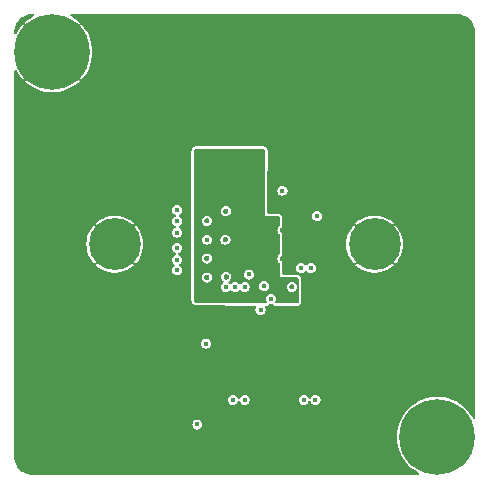
<source format=gbr>
%TF.GenerationSoftware,KiCad,Pcbnew,8.0.9*%
%TF.CreationDate,2025-03-13T22:53:30+08:00*%
%TF.ProjectId,Raspberry_pi_IMX662,52617370-6265-4727-9279-5f70695f494d,rev?*%
%TF.SameCoordinates,Original*%
%TF.FileFunction,Copper,L3,Inr*%
%TF.FilePolarity,Positive*%
%FSLAX46Y46*%
G04 Gerber Fmt 4.6, Leading zero omitted, Abs format (unit mm)*
G04 Created by KiCad (PCBNEW 8.0.9) date 2025-03-13 22:53:30*
%MOMM*%
%LPD*%
G01*
G04 APERTURE LIST*
%TA.AperFunction,ComponentPad*%
%ADD10C,6.400000*%
%TD*%
%TA.AperFunction,ComponentPad*%
%ADD11C,4.400000*%
%TD*%
%TA.AperFunction,ViaPad*%
%ADD12C,0.450000*%
%TD*%
G04 APERTURE END LIST*
D10*
%TO.N,unconnected-(H6-Pad1)*%
%TO.C,H6*%
X154900000Y-117350000D03*
%TD*%
D11*
%TO.N,GND*%
%TO.C,H2*%
X127600000Y-101050000D03*
%TD*%
%TO.N,GND*%
%TO.C,H1*%
X149600000Y-101050000D03*
%TD*%
D10*
%TO.N,GND*%
%TO.C,H5*%
X122300000Y-84750000D03*
%TD*%
D12*
%TO.N,GND*%
X139600000Y-115800000D03*
X141800000Y-102250000D03*
X142600000Y-115850000D03*
X136975000Y-100650000D03*
X143174999Y-85021823D03*
X132325000Y-90950000D03*
X137375000Y-90900000D03*
X145600000Y-115800000D03*
X135387940Y-102241926D03*
X146275000Y-90800000D03*
X141000000Y-98250000D03*
X141806261Y-97444669D03*
X125575000Y-108450000D03*
X133803990Y-99854653D03*
X146400000Y-96750000D03*
X135550000Y-107500000D03*
X141800000Y-99850000D03*
X141225000Y-90800000D03*
X142600000Y-104650000D03*
X135406169Y-99054082D03*
X136600000Y-115750000D03*
X148590000Y-117000000D03*
X137000000Y-98250000D03*
X122250000Y-115660000D03*
X134337500Y-85162500D03*
X128610000Y-117000000D03*
X135400000Y-103850000D03*
X133850000Y-98150000D03*
X133800000Y-102250000D03*
X137050000Y-103800000D03*
%TO.N,1V2*%
X136700000Y-93450000D03*
X142700000Y-105550000D03*
X135800000Y-93450000D03*
X140987202Y-99847158D03*
X137100000Y-99150000D03*
X136250000Y-102300000D03*
X140999999Y-101449661D03*
X141000000Y-102250000D03*
X135404082Y-104661131D03*
X134950000Y-93500000D03*
%TO.N,1V8*%
X141800000Y-96500000D03*
%TO.N,3V3*%
X132900000Y-103250000D03*
X132850000Y-102350000D03*
X132900000Y-99100000D03*
X132900000Y-101350000D03*
%TO.N,Net-(U1C-VRLST)*%
X135400000Y-100650000D03*
%TO.N,Net-(U1C-VRLFR)*%
X132900000Y-100050000D03*
%TO.N,Net-(U1C-VRHT)*%
X132900000Y-98150000D03*
%TO.N,Net-(U1C-XMASTER)*%
X136996671Y-104646227D03*
%TO.N,Net-(U1C-SLAMODE1)*%
X138960000Y-103600000D03*
%TO.N,Net-(U1C-SLAMODE0)*%
X140850000Y-105650000D03*
%TO.N,SCL_1V8*%
X137795311Y-104654780D03*
%TO.N,DMO2N*%
X144200000Y-103050000D03*
%TO.N,XCLR_1V8*%
X135350000Y-109450000D03*
X139950000Y-106610000D03*
%TO.N,DMO1P*%
X143600000Y-114200000D03*
%TO.N,Net-(U1C-INCK)*%
X144750000Y-98650000D03*
%TO.N,DCKN*%
X138600000Y-114200000D03*
%TO.N,DCKP*%
X137600000Y-114200000D03*
%TO.N,DMO2P*%
X143400000Y-103050000D03*
%TO.N,DMO1N*%
X144600000Y-114200000D03*
%TO.N,SDA_1V8*%
X138600000Y-104650000D03*
%TO.N,LED*%
X134600000Y-116300000D03*
%TO.N,Net-(U1C-XCLR)*%
X140250000Y-104600000D03*
%TD*%
%TA.AperFunction,Conductor*%
%TO.N,1V2*%
G36*
X140154306Y-92951213D02*
G01*
X140212921Y-92962939D01*
X140235553Y-92972372D01*
X140279906Y-93002220D01*
X140297167Y-93019634D01*
X140326623Y-93064248D01*
X140335857Y-93086961D01*
X140347068Y-93145672D01*
X140348175Y-93157943D01*
X140313353Y-97127717D01*
X140300000Y-98650000D01*
X140832795Y-98650000D01*
X140861168Y-98656811D01*
X140866874Y-98659719D01*
X141000000Y-98680804D01*
X141133126Y-98659719D01*
X141138831Y-98656811D01*
X141167205Y-98650000D01*
X141393845Y-98650000D01*
X141406037Y-98651200D01*
X141448856Y-98659718D01*
X141464341Y-98662798D01*
X141486872Y-98672130D01*
X141531084Y-98701672D01*
X141548327Y-98718915D01*
X141577869Y-98763127D01*
X141587201Y-98785657D01*
X141598799Y-98843961D01*
X141600000Y-98856155D01*
X141600000Y-99436054D01*
X141581694Y-99480248D01*
X141565876Y-99491741D01*
X141546780Y-99501471D01*
X141451471Y-99596780D01*
X141390282Y-99716869D01*
X141390281Y-99716873D01*
X141369196Y-99850000D01*
X141390281Y-99983126D01*
X141390282Y-99983130D01*
X141451471Y-100103219D01*
X141451472Y-100103220D01*
X141546780Y-100198528D01*
X141565873Y-100208256D01*
X141596940Y-100244628D01*
X141600000Y-100263944D01*
X141600000Y-101836054D01*
X141581694Y-101880248D01*
X141565876Y-101891741D01*
X141546780Y-101901471D01*
X141451471Y-101996780D01*
X141390282Y-102116869D01*
X141390281Y-102116873D01*
X141369196Y-102250000D01*
X141390281Y-102383126D01*
X141390282Y-102383130D01*
X141447358Y-102495146D01*
X141451472Y-102503220D01*
X141546780Y-102598528D01*
X141565873Y-102608256D01*
X141596940Y-102644628D01*
X141600000Y-102663944D01*
X141600000Y-103850000D01*
X142993845Y-103850000D01*
X143006038Y-103851201D01*
X143064341Y-103862798D01*
X143086872Y-103872130D01*
X143131084Y-103901672D01*
X143148327Y-103918915D01*
X143177869Y-103963127D01*
X143187201Y-103985657D01*
X143198799Y-104043961D01*
X143200000Y-104056155D01*
X143200000Y-105842697D01*
X143198790Y-105854934D01*
X143187111Y-105913432D01*
X143177714Y-105936028D01*
X143147977Y-105980330D01*
X143130625Y-105997585D01*
X143086155Y-106027074D01*
X143063506Y-106036344D01*
X143004942Y-106047694D01*
X142992699Y-106048835D01*
X141213444Y-106038839D01*
X141169353Y-106020285D01*
X141151296Y-105975989D01*
X141169601Y-105932146D01*
X141198528Y-105903220D01*
X141259719Y-105783126D01*
X141280804Y-105650000D01*
X141259719Y-105516874D01*
X141259717Y-105516871D01*
X141259717Y-105516869D01*
X141198528Y-105396780D01*
X141103219Y-105301471D01*
X140983130Y-105240282D01*
X140983126Y-105240281D01*
X140850000Y-105219196D01*
X140716873Y-105240281D01*
X140716869Y-105240282D01*
X140596780Y-105301471D01*
X140501471Y-105396780D01*
X140440282Y-105516869D01*
X140440281Y-105516873D01*
X140419196Y-105650000D01*
X140440281Y-105783126D01*
X140440282Y-105783130D01*
X140501471Y-105903219D01*
X140526286Y-105928034D01*
X140544592Y-105972228D01*
X140526286Y-106016422D01*
X140482092Y-106034728D01*
X140481741Y-106034727D01*
X134507073Y-106001163D01*
X134490968Y-105998958D01*
X134452411Y-105988433D01*
X134415447Y-105978343D01*
X134387588Y-105962119D01*
X134363078Y-105937472D01*
X134338370Y-105912624D01*
X134322305Y-105884680D01*
X134302113Y-105809037D01*
X134300000Y-105792922D01*
X134300000Y-104646227D01*
X136565867Y-104646227D01*
X136586952Y-104779353D01*
X136586953Y-104779357D01*
X136648142Y-104899446D01*
X136743451Y-104994755D01*
X136863540Y-105055944D01*
X136863542Y-105055944D01*
X136863545Y-105055946D01*
X136996671Y-105077031D01*
X137129797Y-105055946D01*
X137249891Y-104994755D01*
X137345199Y-104899447D01*
X137345199Y-104899446D01*
X137348677Y-104895969D01*
X137350880Y-104898172D01*
X137382919Y-104878350D01*
X137429480Y-104889317D01*
X137442787Y-104904820D01*
X137443890Y-104904019D01*
X137446781Y-104907998D01*
X137542091Y-105003308D01*
X137662180Y-105064497D01*
X137662182Y-105064497D01*
X137662185Y-105064499D01*
X137795311Y-105085584D01*
X137928437Y-105064499D01*
X138048531Y-105003308D01*
X138143839Y-104908000D01*
X138143840Y-104907997D01*
X138146732Y-104904019D01*
X138148043Y-104904971D01*
X138179698Y-104877925D01*
X138227386Y-104881669D01*
X138249584Y-104900622D01*
X138251471Y-104903219D01*
X138346780Y-104998528D01*
X138466869Y-105059717D01*
X138466871Y-105059717D01*
X138466874Y-105059719D01*
X138600000Y-105080804D01*
X138733126Y-105059719D01*
X138853220Y-104998528D01*
X138948528Y-104903220D01*
X139009719Y-104783126D01*
X139030804Y-104650000D01*
X139022885Y-104600000D01*
X139819196Y-104600000D01*
X139840281Y-104733126D01*
X139840282Y-104733130D01*
X139901471Y-104853219D01*
X139996780Y-104948528D01*
X140116869Y-105009717D01*
X140116871Y-105009717D01*
X140116874Y-105009719D01*
X140250000Y-105030804D01*
X140383126Y-105009719D01*
X140503220Y-104948528D01*
X140598528Y-104853220D01*
X140659719Y-104733126D01*
X140672885Y-104650000D01*
X142169196Y-104650000D01*
X142190281Y-104783126D01*
X142190282Y-104783130D01*
X142251471Y-104903219D01*
X142346780Y-104998528D01*
X142466869Y-105059717D01*
X142466871Y-105059717D01*
X142466874Y-105059719D01*
X142600000Y-105080804D01*
X142733126Y-105059719D01*
X142853220Y-104998528D01*
X142948528Y-104903220D01*
X143009719Y-104783126D01*
X143030804Y-104650000D01*
X143009719Y-104516874D01*
X143009717Y-104516871D01*
X143009717Y-104516869D01*
X142948528Y-104396780D01*
X142853219Y-104301471D01*
X142733130Y-104240282D01*
X142733126Y-104240281D01*
X142600000Y-104219196D01*
X142466873Y-104240281D01*
X142466869Y-104240282D01*
X142346780Y-104301471D01*
X142251471Y-104396780D01*
X142190282Y-104516869D01*
X142190281Y-104516873D01*
X142169196Y-104650000D01*
X140672885Y-104650000D01*
X140680804Y-104600000D01*
X140659719Y-104466874D01*
X140659717Y-104466871D01*
X140659717Y-104466869D01*
X140598528Y-104346780D01*
X140503219Y-104251471D01*
X140383130Y-104190282D01*
X140383126Y-104190281D01*
X140250000Y-104169196D01*
X140116873Y-104190281D01*
X140116869Y-104190282D01*
X139996780Y-104251471D01*
X139901471Y-104346780D01*
X139840282Y-104466869D01*
X139840281Y-104466873D01*
X139819196Y-104600000D01*
X139022885Y-104600000D01*
X139009719Y-104516874D01*
X139009717Y-104516871D01*
X139009717Y-104516869D01*
X138948528Y-104396780D01*
X138853219Y-104301471D01*
X138733130Y-104240282D01*
X138733126Y-104240281D01*
X138600000Y-104219196D01*
X138466873Y-104240281D01*
X138466869Y-104240282D01*
X138346780Y-104301471D01*
X138251470Y-104396781D01*
X138248579Y-104400761D01*
X138247271Y-104399811D01*
X138215591Y-104426861D01*
X138167904Y-104423100D01*
X138145725Y-104404156D01*
X138143840Y-104401562D01*
X138143839Y-104401560D01*
X138048531Y-104306252D01*
X138048530Y-104306251D01*
X137928441Y-104245062D01*
X137928437Y-104245061D01*
X137795311Y-104223976D01*
X137662184Y-104245061D01*
X137662180Y-104245062D01*
X137542091Y-104306251D01*
X137443305Y-104405038D01*
X137441192Y-104402925D01*
X137408502Y-104422745D01*
X137362042Y-104411355D01*
X137349165Y-104396208D01*
X137348092Y-104396988D01*
X137345200Y-104393008D01*
X137249890Y-104297698D01*
X137239465Y-104292386D01*
X137208399Y-104256011D01*
X137212154Y-104208323D01*
X137239465Y-104181012D01*
X137303220Y-104148528D01*
X137398528Y-104053220D01*
X137459719Y-103933126D01*
X137480804Y-103800000D01*
X137459719Y-103666874D01*
X137459717Y-103666871D01*
X137459717Y-103666869D01*
X137425645Y-103600000D01*
X138529196Y-103600000D01*
X138550281Y-103733126D01*
X138550282Y-103733130D01*
X138611471Y-103853219D01*
X138706780Y-103948528D01*
X138826869Y-104009717D01*
X138826871Y-104009717D01*
X138826874Y-104009719D01*
X138960000Y-104030804D01*
X139093126Y-104009719D01*
X139213220Y-103948528D01*
X139308528Y-103853220D01*
X139369719Y-103733126D01*
X139390804Y-103600000D01*
X139369719Y-103466874D01*
X139369717Y-103466871D01*
X139369717Y-103466869D01*
X139308528Y-103346780D01*
X139213219Y-103251471D01*
X139093130Y-103190282D01*
X139093126Y-103190281D01*
X138960000Y-103169196D01*
X138826873Y-103190281D01*
X138826869Y-103190282D01*
X138706780Y-103251471D01*
X138611471Y-103346780D01*
X138550282Y-103466869D01*
X138550281Y-103466873D01*
X138529196Y-103600000D01*
X137425645Y-103600000D01*
X137398528Y-103546780D01*
X137303219Y-103451471D01*
X137183130Y-103390282D01*
X137183126Y-103390281D01*
X137050000Y-103369196D01*
X136916873Y-103390281D01*
X136916869Y-103390282D01*
X136796780Y-103451471D01*
X136701471Y-103546780D01*
X136640282Y-103666869D01*
X136640281Y-103666873D01*
X136619196Y-103800000D01*
X136640281Y-103933126D01*
X136640282Y-103933130D01*
X136701471Y-104053219D01*
X136796780Y-104148528D01*
X136807203Y-104153839D01*
X136838270Y-104190213D01*
X136834517Y-104237901D01*
X136807204Y-104265215D01*
X136743450Y-104297699D01*
X136648142Y-104393007D01*
X136586953Y-104513096D01*
X136586952Y-104513100D01*
X136565867Y-104646227D01*
X134300000Y-104646227D01*
X134300000Y-103850000D01*
X134969196Y-103850000D01*
X134990281Y-103983126D01*
X134990282Y-103983130D01*
X135051471Y-104103219D01*
X135146780Y-104198528D01*
X135266869Y-104259717D01*
X135266871Y-104259717D01*
X135266874Y-104259719D01*
X135400000Y-104280804D01*
X135533126Y-104259719D01*
X135653220Y-104198528D01*
X135748528Y-104103220D01*
X135809719Y-103983126D01*
X135830804Y-103850000D01*
X135809719Y-103716874D01*
X135809717Y-103716871D01*
X135809717Y-103716869D01*
X135748528Y-103596780D01*
X135653219Y-103501471D01*
X135533130Y-103440282D01*
X135533126Y-103440281D01*
X135400000Y-103419196D01*
X135266873Y-103440281D01*
X135266869Y-103440282D01*
X135146780Y-103501471D01*
X135051471Y-103596780D01*
X134990282Y-103716869D01*
X134990281Y-103716873D01*
X134969196Y-103850000D01*
X134300000Y-103850000D01*
X134300000Y-102241926D01*
X134957136Y-102241926D01*
X134978221Y-102375052D01*
X134978222Y-102375056D01*
X135039411Y-102495145D01*
X135134720Y-102590454D01*
X135254809Y-102651643D01*
X135254811Y-102651643D01*
X135254814Y-102651645D01*
X135387940Y-102672730D01*
X135521066Y-102651645D01*
X135641160Y-102590454D01*
X135736468Y-102495146D01*
X135797659Y-102375052D01*
X135818744Y-102241926D01*
X135797659Y-102108800D01*
X135797657Y-102108797D01*
X135797657Y-102108795D01*
X135736468Y-101988706D01*
X135641159Y-101893397D01*
X135521070Y-101832208D01*
X135521066Y-101832207D01*
X135387940Y-101811122D01*
X135254813Y-101832207D01*
X135254809Y-101832208D01*
X135134720Y-101893397D01*
X135039411Y-101988706D01*
X134978222Y-102108795D01*
X134978221Y-102108799D01*
X134957136Y-102241926D01*
X134300000Y-102241926D01*
X134300000Y-100650000D01*
X134969196Y-100650000D01*
X134990281Y-100783126D01*
X134990282Y-100783130D01*
X135051471Y-100903219D01*
X135146780Y-100998528D01*
X135266869Y-101059717D01*
X135266871Y-101059717D01*
X135266874Y-101059719D01*
X135400000Y-101080804D01*
X135533126Y-101059719D01*
X135653220Y-100998528D01*
X135748528Y-100903220D01*
X135809719Y-100783126D01*
X135830804Y-100650000D01*
X136544196Y-100650000D01*
X136565281Y-100783126D01*
X136565282Y-100783130D01*
X136626471Y-100903219D01*
X136721780Y-100998528D01*
X136841869Y-101059717D01*
X136841871Y-101059717D01*
X136841874Y-101059719D01*
X136975000Y-101080804D01*
X137108126Y-101059719D01*
X137228220Y-100998528D01*
X137323528Y-100903220D01*
X137384719Y-100783126D01*
X137405804Y-100650000D01*
X137384719Y-100516874D01*
X137384717Y-100516871D01*
X137384717Y-100516869D01*
X137323528Y-100396780D01*
X137228219Y-100301471D01*
X137108130Y-100240282D01*
X137108126Y-100240281D01*
X136975000Y-100219196D01*
X136841873Y-100240281D01*
X136841869Y-100240282D01*
X136721780Y-100301471D01*
X136626471Y-100396780D01*
X136565282Y-100516869D01*
X136565281Y-100516873D01*
X136544196Y-100650000D01*
X135830804Y-100650000D01*
X135809719Y-100516874D01*
X135809717Y-100516871D01*
X135809717Y-100516869D01*
X135748528Y-100396780D01*
X135653219Y-100301471D01*
X135533130Y-100240282D01*
X135533126Y-100240281D01*
X135400000Y-100219196D01*
X135266873Y-100240281D01*
X135266869Y-100240282D01*
X135146780Y-100301471D01*
X135051471Y-100396780D01*
X134990282Y-100516869D01*
X134990281Y-100516873D01*
X134969196Y-100650000D01*
X134300000Y-100650000D01*
X134300000Y-99054082D01*
X134975365Y-99054082D01*
X134996450Y-99187208D01*
X134996451Y-99187212D01*
X135057640Y-99307301D01*
X135152949Y-99402610D01*
X135273038Y-99463799D01*
X135273040Y-99463799D01*
X135273043Y-99463801D01*
X135406169Y-99484886D01*
X135539295Y-99463801D01*
X135659389Y-99402610D01*
X135754697Y-99307302D01*
X135815888Y-99187208D01*
X135836973Y-99054082D01*
X135815888Y-98920956D01*
X135815886Y-98920953D01*
X135815886Y-98920951D01*
X135754697Y-98800862D01*
X135659388Y-98705553D01*
X135539299Y-98644364D01*
X135539295Y-98644363D01*
X135406169Y-98623278D01*
X135273042Y-98644363D01*
X135273038Y-98644364D01*
X135152949Y-98705553D01*
X135057640Y-98800862D01*
X134996451Y-98920951D01*
X134996450Y-98920955D01*
X134975365Y-99054082D01*
X134300000Y-99054082D01*
X134300000Y-98250000D01*
X136569196Y-98250000D01*
X136590281Y-98383126D01*
X136590282Y-98383130D01*
X136651471Y-98503219D01*
X136746780Y-98598528D01*
X136866869Y-98659717D01*
X136866871Y-98659717D01*
X136866874Y-98659719D01*
X137000000Y-98680804D01*
X137133126Y-98659719D01*
X137253220Y-98598528D01*
X137348528Y-98503220D01*
X137409719Y-98383126D01*
X137430804Y-98250000D01*
X137409719Y-98116874D01*
X137409717Y-98116871D01*
X137409717Y-98116869D01*
X137348528Y-97996780D01*
X137253219Y-97901471D01*
X137133130Y-97840282D01*
X137133126Y-97840281D01*
X137000000Y-97819196D01*
X136866873Y-97840281D01*
X136866869Y-97840282D01*
X136746780Y-97901471D01*
X136651471Y-97996780D01*
X136590282Y-98116869D01*
X136590281Y-98116873D01*
X136569196Y-98250000D01*
X134300000Y-98250000D01*
X134300000Y-93156155D01*
X134301201Y-93143962D01*
X134312798Y-93085658D01*
X134322130Y-93063127D01*
X134351192Y-93019634D01*
X134351673Y-93018913D01*
X134368913Y-93001673D01*
X134413128Y-92972129D01*
X134435656Y-92962798D01*
X134493962Y-92951200D01*
X134506155Y-92950000D01*
X140142047Y-92950000D01*
X140154306Y-92951213D01*
G37*
%TD.AperFunction*%
%TD*%
%TA.AperFunction,Conductor*%
%TO.N,GND*%
G36*
X142653351Y-104435706D02*
G01*
X142682803Y-104445276D01*
X142716953Y-104462677D01*
X142742009Y-104480881D01*
X142769116Y-104507988D01*
X142787322Y-104533048D01*
X142804721Y-104567196D01*
X142814292Y-104596651D01*
X142820289Y-104634510D01*
X142820289Y-104665487D01*
X142814293Y-104703343D01*
X142804721Y-104732800D01*
X142787319Y-104766953D01*
X142769114Y-104792012D01*
X142742012Y-104819114D01*
X142716953Y-104837319D01*
X142682800Y-104854721D01*
X142653343Y-104864293D01*
X142615487Y-104870289D01*
X142584512Y-104870289D01*
X142570201Y-104868022D01*
X142546651Y-104864292D01*
X142517196Y-104854721D01*
X142483048Y-104837322D01*
X142457988Y-104819116D01*
X142430881Y-104792009D01*
X142412677Y-104766953D01*
X142395275Y-104732800D01*
X142385706Y-104703351D01*
X142379709Y-104665481D01*
X142379709Y-104634514D01*
X142379710Y-104634510D01*
X142385706Y-104596646D01*
X142395275Y-104567196D01*
X142412679Y-104533040D01*
X142430878Y-104507991D01*
X142457991Y-104480878D01*
X142483040Y-104462679D01*
X142517196Y-104445275D01*
X142546646Y-104435706D01*
X142584517Y-104429709D01*
X142615481Y-104429709D01*
X142653351Y-104435706D01*
G37*
%TD.AperFunction*%
%TA.AperFunction,Conductor*%
G36*
X135453351Y-103635706D02*
G01*
X135482803Y-103645276D01*
X135516953Y-103662677D01*
X135542009Y-103680881D01*
X135569116Y-103707988D01*
X135587322Y-103733048D01*
X135604721Y-103767196D01*
X135614288Y-103796628D01*
X135614819Y-103799975D01*
X135614823Y-103800000D01*
X135620289Y-103834511D01*
X135620289Y-103865485D01*
X135614293Y-103903342D01*
X135604721Y-103932800D01*
X135587319Y-103966953D01*
X135569114Y-103992012D01*
X135542012Y-104019114D01*
X135516953Y-104037319D01*
X135482800Y-104054721D01*
X135453343Y-104064293D01*
X135415487Y-104070289D01*
X135384512Y-104070289D01*
X135370201Y-104068022D01*
X135346651Y-104064292D01*
X135317196Y-104054721D01*
X135283048Y-104037322D01*
X135257988Y-104019116D01*
X135230881Y-103992009D01*
X135212677Y-103966953D01*
X135195275Y-103932800D01*
X135185706Y-103903351D01*
X135179709Y-103865481D01*
X135179709Y-103834514D01*
X135185706Y-103796646D01*
X135195275Y-103767196D01*
X135212679Y-103733040D01*
X135230878Y-103707991D01*
X135257991Y-103680878D01*
X135283040Y-103662679D01*
X135317196Y-103645275D01*
X135346646Y-103635706D01*
X135384517Y-103629709D01*
X135415481Y-103629709D01*
X135453351Y-103635706D01*
G37*
%TD.AperFunction*%
%TA.AperFunction,Conductor*%
G36*
X137103349Y-103585706D02*
G01*
X137132798Y-103595273D01*
X137142065Y-103599995D01*
X137142070Y-103600000D01*
X137142071Y-103599999D01*
X137166952Y-103612677D01*
X137192010Y-103630882D01*
X137219115Y-103657987D01*
X137237320Y-103683045D01*
X137246076Y-103700230D01*
X137246082Y-103700240D01*
X137246604Y-103701264D01*
X137254722Y-103717197D01*
X137264292Y-103746651D01*
X137267545Y-103767189D01*
X137268562Y-103773611D01*
X137270289Y-103784510D01*
X137270289Y-103815487D01*
X137264293Y-103853343D01*
X137254721Y-103882800D01*
X137237319Y-103916953D01*
X137219114Y-103942012D01*
X137192012Y-103969114D01*
X137166956Y-103987318D01*
X137146174Y-103997907D01*
X137095622Y-104034636D01*
X137037431Y-104053543D01*
X136979240Y-104034636D01*
X136967196Y-104023500D01*
X136966965Y-104023741D01*
X136963467Y-104020377D01*
X136948124Y-104008282D01*
X136939410Y-104000538D01*
X136880881Y-103942008D01*
X136862677Y-103916953D01*
X136857614Y-103907017D01*
X136845275Y-103882800D01*
X136835706Y-103853351D01*
X136829709Y-103815481D01*
X136829709Y-103784514D01*
X136829710Y-103784510D01*
X136835706Y-103746646D01*
X136845275Y-103717196D01*
X136862679Y-103683040D01*
X136880878Y-103657991D01*
X136907991Y-103630878D01*
X136933040Y-103612679D01*
X136967196Y-103595275D01*
X136996646Y-103585706D01*
X137034517Y-103579709D01*
X137065481Y-103579709D01*
X137103349Y-103585706D01*
G37*
%TD.AperFunction*%
%TA.AperFunction,Conductor*%
G36*
X135441291Y-102027632D02*
G01*
X135470743Y-102037202D01*
X135504893Y-102054603D01*
X135529949Y-102072807D01*
X135557056Y-102099914D01*
X135575262Y-102124974D01*
X135592661Y-102159122D01*
X135602232Y-102188577D01*
X135608229Y-102226436D01*
X135608229Y-102257413D01*
X135602233Y-102295269D01*
X135592661Y-102324726D01*
X135575259Y-102358879D01*
X135557054Y-102383938D01*
X135529952Y-102411040D01*
X135504893Y-102429245D01*
X135470740Y-102446647D01*
X135441283Y-102456219D01*
X135403427Y-102462215D01*
X135372452Y-102462215D01*
X135358141Y-102459948D01*
X135334591Y-102456218D01*
X135305136Y-102446647D01*
X135270988Y-102429248D01*
X135245928Y-102411042D01*
X135218821Y-102383935D01*
X135200617Y-102358879D01*
X135196092Y-102349999D01*
X135183215Y-102324726D01*
X135173646Y-102295277D01*
X135167649Y-102257407D01*
X135167649Y-102226440D01*
X135169164Y-102216874D01*
X135173646Y-102188572D01*
X135183215Y-102159122D01*
X135200619Y-102124966D01*
X135218818Y-102099917D01*
X135245931Y-102072804D01*
X135270980Y-102054605D01*
X135305136Y-102037201D01*
X135334586Y-102027632D01*
X135372457Y-102021635D01*
X135403421Y-102021635D01*
X135441291Y-102027632D01*
G37*
%TD.AperFunction*%
%TA.AperFunction,Conductor*%
G36*
X137028351Y-100435706D02*
G01*
X137057803Y-100445276D01*
X137091953Y-100462677D01*
X137117009Y-100480881D01*
X137144116Y-100507988D01*
X137162322Y-100533048D01*
X137179721Y-100567196D01*
X137189292Y-100596651D01*
X137195289Y-100634510D01*
X137195289Y-100665487D01*
X137189293Y-100703343D01*
X137179721Y-100732800D01*
X137162319Y-100766953D01*
X137144114Y-100792012D01*
X137117012Y-100819114D01*
X137091953Y-100837319D01*
X137057800Y-100854721D01*
X137028343Y-100864293D01*
X136990487Y-100870289D01*
X136959512Y-100870289D01*
X136945201Y-100868022D01*
X136921651Y-100864292D01*
X136892196Y-100854721D01*
X136858048Y-100837322D01*
X136832988Y-100819116D01*
X136805881Y-100792009D01*
X136787677Y-100766953D01*
X136770275Y-100732800D01*
X136760706Y-100703351D01*
X136754709Y-100665481D01*
X136754709Y-100634514D01*
X136755781Y-100627747D01*
X136760706Y-100596646D01*
X136770275Y-100567196D01*
X136787679Y-100533040D01*
X136805878Y-100507991D01*
X136832991Y-100480878D01*
X136858040Y-100462679D01*
X136892196Y-100445275D01*
X136921646Y-100435706D01*
X136959517Y-100429709D01*
X136990481Y-100429709D01*
X137028351Y-100435706D01*
G37*
%TD.AperFunction*%
%TA.AperFunction,Conductor*%
G36*
X135459520Y-98839788D02*
G01*
X135488972Y-98849358D01*
X135523122Y-98866759D01*
X135548178Y-98884963D01*
X135575285Y-98912070D01*
X135593491Y-98937130D01*
X135610890Y-98971278D01*
X135620461Y-99000733D01*
X135626458Y-99038592D01*
X135626458Y-99069569D01*
X135620462Y-99107425D01*
X135610890Y-99136882D01*
X135593488Y-99171035D01*
X135575283Y-99196094D01*
X135548181Y-99223196D01*
X135523122Y-99241401D01*
X135488969Y-99258803D01*
X135459512Y-99268375D01*
X135421656Y-99274371D01*
X135390681Y-99274371D01*
X135376370Y-99272104D01*
X135352820Y-99268374D01*
X135323365Y-99258803D01*
X135289217Y-99241404D01*
X135264157Y-99223198D01*
X135237050Y-99196091D01*
X135218846Y-99171035D01*
X135201444Y-99136882D01*
X135191875Y-99107433D01*
X135185878Y-99069563D01*
X135185878Y-99038596D01*
X135185879Y-99038592D01*
X135191875Y-99000728D01*
X135201444Y-98971278D01*
X135218848Y-98937122D01*
X135237047Y-98912073D01*
X135264160Y-98884960D01*
X135289209Y-98866761D01*
X135323365Y-98849357D01*
X135352815Y-98839788D01*
X135390686Y-98833791D01*
X135421650Y-98833791D01*
X135459520Y-98839788D01*
G37*
%TD.AperFunction*%
%TA.AperFunction,Conductor*%
G36*
X137053351Y-98035706D02*
G01*
X137082803Y-98045276D01*
X137116953Y-98062677D01*
X137142009Y-98080881D01*
X137169116Y-98107988D01*
X137187322Y-98133048D01*
X137204721Y-98167196D01*
X137214292Y-98196651D01*
X137220289Y-98234510D01*
X137220289Y-98265487D01*
X137214293Y-98303343D01*
X137204721Y-98332800D01*
X137187319Y-98366953D01*
X137169114Y-98392012D01*
X137142012Y-98419114D01*
X137116953Y-98437319D01*
X137082800Y-98454721D01*
X137053343Y-98464293D01*
X137015487Y-98470289D01*
X136984512Y-98470289D01*
X136970201Y-98468022D01*
X136946651Y-98464292D01*
X136917196Y-98454721D01*
X136883048Y-98437322D01*
X136857988Y-98419116D01*
X136830881Y-98392009D01*
X136812677Y-98366953D01*
X136795275Y-98332800D01*
X136785706Y-98303351D01*
X136779709Y-98265481D01*
X136779709Y-98234514D01*
X136782135Y-98219196D01*
X136785706Y-98196646D01*
X136795275Y-98167196D01*
X136812679Y-98133040D01*
X136830878Y-98107991D01*
X136857991Y-98080878D01*
X136883040Y-98062679D01*
X136917196Y-98045275D01*
X136946646Y-98035706D01*
X136984517Y-98029709D01*
X137015481Y-98029709D01*
X137053351Y-98035706D01*
G37*
%TD.AperFunction*%
%TA.AperFunction,Conductor*%
G36*
X156603522Y-81550752D02*
G01*
X156626229Y-81552376D01*
X156806345Y-81565258D01*
X156820308Y-81567265D01*
X157015549Y-81609737D01*
X157029088Y-81613713D01*
X157216292Y-81683537D01*
X157229118Y-81689394D01*
X157404476Y-81785146D01*
X157416356Y-81792781D01*
X157576294Y-81912509D01*
X157586966Y-81921756D01*
X157728243Y-82063033D01*
X157737493Y-82073709D01*
X157857218Y-82233643D01*
X157864854Y-82245525D01*
X157960602Y-82420875D01*
X157966466Y-82433715D01*
X158036284Y-82620904D01*
X158040264Y-82634457D01*
X158082732Y-82829681D01*
X158084742Y-82843662D01*
X158099248Y-83046476D01*
X158099500Y-83053539D01*
X158099500Y-115727120D01*
X158080593Y-115785311D01*
X158031093Y-115821275D01*
X157969907Y-115821275D01*
X157920407Y-115785311D01*
X157913036Y-115773500D01*
X157818022Y-115594284D01*
X157611090Y-115289083D01*
X157591399Y-115265901D01*
X157372377Y-115008048D01*
X157372367Y-115008038D01*
X157104673Y-114754464D01*
X156811123Y-114531313D01*
X156811122Y-114531312D01*
X156811119Y-114531310D01*
X156495162Y-114341205D01*
X156189951Y-114199999D01*
X156160508Y-114186377D01*
X156160505Y-114186376D01*
X156160503Y-114186375D01*
X155811066Y-114068636D01*
X155811065Y-114068635D01*
X155811057Y-114068633D01*
X155450952Y-113989368D01*
X155450953Y-113989368D01*
X155084370Y-113949500D01*
X154715630Y-113949500D01*
X154349046Y-113989368D01*
X153988943Y-114068633D01*
X153988941Y-114068633D01*
X153639491Y-114186377D01*
X153304846Y-114341201D01*
X153304840Y-114341204D01*
X152988881Y-114531310D01*
X152988876Y-114531313D01*
X152695326Y-114754464D01*
X152427632Y-115008038D01*
X152427622Y-115008048D01*
X152188915Y-115289076D01*
X152188908Y-115289086D01*
X151981981Y-115594278D01*
X151809255Y-115920072D01*
X151672772Y-116262623D01*
X151672768Y-116262634D01*
X151574126Y-116617912D01*
X151514468Y-116981802D01*
X151494506Y-117350000D01*
X151514468Y-117718197D01*
X151574126Y-118082087D01*
X151672768Y-118437365D01*
X151672772Y-118437376D01*
X151809255Y-118779927D01*
X151875046Y-118904022D01*
X151981978Y-119105716D01*
X152188910Y-119410917D01*
X152188914Y-119410922D01*
X152188915Y-119410923D01*
X152427622Y-119691951D01*
X152427632Y-119691961D01*
X152695326Y-119945535D01*
X152695330Y-119945538D01*
X152988881Y-120168690D01*
X153304838Y-120358795D01*
X153307522Y-120360037D01*
X153308849Y-120360651D01*
X153353721Y-120402245D01*
X153365576Y-120462271D01*
X153339884Y-120517801D01*
X153286459Y-120547624D01*
X153267278Y-120549500D01*
X120603540Y-120549500D01*
X120596477Y-120549248D01*
X120393662Y-120534742D01*
X120379681Y-120532732D01*
X120184457Y-120490264D01*
X120170904Y-120486284D01*
X119983715Y-120416466D01*
X119970875Y-120410602D01*
X119795525Y-120314854D01*
X119783643Y-120307218D01*
X119623709Y-120187493D01*
X119613033Y-120178243D01*
X119471756Y-120036966D01*
X119462506Y-120026290D01*
X119342781Y-119866356D01*
X119335145Y-119854474D01*
X119302815Y-119795266D01*
X119239394Y-119679118D01*
X119233537Y-119666292D01*
X119163713Y-119479088D01*
X119159737Y-119465549D01*
X119117265Y-119270308D01*
X119115258Y-119256345D01*
X119100752Y-119053522D01*
X119100500Y-119046460D01*
X119100500Y-116299999D01*
X134169196Y-116299999D01*
X134169196Y-116300000D01*
X134190281Y-116433127D01*
X134190282Y-116433129D01*
X134251470Y-116553217D01*
X134251472Y-116553220D01*
X134346780Y-116648528D01*
X134466874Y-116709719D01*
X134600000Y-116730804D01*
X134733126Y-116709719D01*
X134853220Y-116648528D01*
X134948528Y-116553220D01*
X135009719Y-116433126D01*
X135030804Y-116300000D01*
X135009719Y-116166874D01*
X134948528Y-116046780D01*
X134853220Y-115951472D01*
X134853217Y-115951470D01*
X134733129Y-115890282D01*
X134733127Y-115890281D01*
X134600000Y-115869196D01*
X134466872Y-115890281D01*
X134466870Y-115890282D01*
X134346782Y-115951470D01*
X134251470Y-116046782D01*
X134190282Y-116166870D01*
X134190281Y-116166872D01*
X134169196Y-116299999D01*
X119100500Y-116299999D01*
X119100500Y-114199999D01*
X137169196Y-114199999D01*
X137169196Y-114200000D01*
X137190281Y-114333127D01*
X137190282Y-114333129D01*
X137194397Y-114341205D01*
X137251472Y-114453220D01*
X137346780Y-114548528D01*
X137466874Y-114609719D01*
X137600000Y-114630804D01*
X137733126Y-114609719D01*
X137853220Y-114548528D01*
X137948528Y-114453220D01*
X138005603Y-114341205D01*
X138011791Y-114329061D01*
X138055055Y-114285796D01*
X138115487Y-114276225D01*
X138170004Y-114304003D01*
X138188209Y-114329061D01*
X138194397Y-114341205D01*
X138251472Y-114453220D01*
X138346780Y-114548528D01*
X138466874Y-114609719D01*
X138600000Y-114630804D01*
X138733126Y-114609719D01*
X138853220Y-114548528D01*
X138948528Y-114453220D01*
X139009719Y-114333126D01*
X139030804Y-114200000D01*
X139030804Y-114199999D01*
X143169196Y-114199999D01*
X143169196Y-114200000D01*
X143190281Y-114333127D01*
X143190282Y-114333129D01*
X143194397Y-114341205D01*
X143251472Y-114453220D01*
X143346780Y-114548528D01*
X143466874Y-114609719D01*
X143600000Y-114630804D01*
X143733126Y-114609719D01*
X143853220Y-114548528D01*
X143948528Y-114453220D01*
X144005603Y-114341205D01*
X144011791Y-114329061D01*
X144055055Y-114285796D01*
X144115487Y-114276225D01*
X144170004Y-114304003D01*
X144188209Y-114329061D01*
X144194397Y-114341205D01*
X144251472Y-114453220D01*
X144346780Y-114548528D01*
X144466874Y-114609719D01*
X144600000Y-114630804D01*
X144733126Y-114609719D01*
X144853220Y-114548528D01*
X144948528Y-114453220D01*
X145009719Y-114333126D01*
X145030804Y-114200000D01*
X145009719Y-114066874D01*
X144948528Y-113946780D01*
X144853220Y-113851472D01*
X144853217Y-113851470D01*
X144733129Y-113790282D01*
X144733127Y-113790281D01*
X144600000Y-113769196D01*
X144466872Y-113790281D01*
X144466870Y-113790282D01*
X144346782Y-113851470D01*
X144251471Y-113946781D01*
X144188209Y-114070939D01*
X144144944Y-114114203D01*
X144084512Y-114123774D01*
X144029996Y-114095996D01*
X144011791Y-114070939D01*
X143970228Y-113989368D01*
X143948528Y-113946780D01*
X143853220Y-113851472D01*
X143853217Y-113851470D01*
X143733129Y-113790282D01*
X143733127Y-113790281D01*
X143600000Y-113769196D01*
X143466872Y-113790281D01*
X143466870Y-113790282D01*
X143346782Y-113851470D01*
X143251470Y-113946782D01*
X143190282Y-114066870D01*
X143190281Y-114066872D01*
X143169196Y-114199999D01*
X139030804Y-114199999D01*
X139009719Y-114066874D01*
X138948528Y-113946780D01*
X138853220Y-113851472D01*
X138853217Y-113851470D01*
X138733129Y-113790282D01*
X138733127Y-113790281D01*
X138600000Y-113769196D01*
X138466872Y-113790281D01*
X138466870Y-113790282D01*
X138346782Y-113851470D01*
X138251471Y-113946781D01*
X138188209Y-114070939D01*
X138144944Y-114114203D01*
X138084512Y-114123774D01*
X138029996Y-114095996D01*
X138011791Y-114070939D01*
X137970228Y-113989368D01*
X137948528Y-113946780D01*
X137853220Y-113851472D01*
X137853217Y-113851470D01*
X137733129Y-113790282D01*
X137733127Y-113790281D01*
X137600000Y-113769196D01*
X137466872Y-113790281D01*
X137466870Y-113790282D01*
X137346782Y-113851470D01*
X137251470Y-113946782D01*
X137190282Y-114066870D01*
X137190281Y-114066872D01*
X137169196Y-114199999D01*
X119100500Y-114199999D01*
X119100500Y-109449999D01*
X134919196Y-109449999D01*
X134919196Y-109450000D01*
X134940281Y-109583127D01*
X134940282Y-109583129D01*
X135001470Y-109703217D01*
X135001472Y-109703220D01*
X135096780Y-109798528D01*
X135216874Y-109859719D01*
X135350000Y-109880804D01*
X135483126Y-109859719D01*
X135603220Y-109798528D01*
X135698528Y-109703220D01*
X135759719Y-109583126D01*
X135780804Y-109450000D01*
X135759719Y-109316874D01*
X135698528Y-109196780D01*
X135603220Y-109101472D01*
X135603217Y-109101470D01*
X135483129Y-109040282D01*
X135483127Y-109040281D01*
X135350000Y-109019196D01*
X135216872Y-109040281D01*
X135216870Y-109040282D01*
X135096782Y-109101470D01*
X135001470Y-109196782D01*
X134940282Y-109316870D01*
X134940281Y-109316872D01*
X134919196Y-109449999D01*
X119100500Y-109449999D01*
X119100500Y-101050000D01*
X125195255Y-101050000D01*
X125214217Y-101351399D01*
X125270802Y-101648027D01*
X125270805Y-101648037D01*
X125364127Y-101935252D01*
X125492706Y-102208495D01*
X125492713Y-102208508D01*
X125654519Y-102463473D01*
X125831351Y-102677225D01*
X126752974Y-101755601D01*
X126760967Y-101766602D01*
X126883398Y-101889033D01*
X126894396Y-101897023D01*
X125975038Y-102816382D01*
X126067155Y-102902885D01*
X126311483Y-103080400D01*
X126576107Y-103225877D01*
X126576110Y-103225879D01*
X126856892Y-103337047D01*
X127149402Y-103412150D01*
X127149398Y-103412150D01*
X127449005Y-103450000D01*
X127750995Y-103450000D01*
X128050599Y-103412150D01*
X128343107Y-103337047D01*
X128623889Y-103225879D01*
X128623892Y-103225877D01*
X128888516Y-103080400D01*
X129132844Y-102902886D01*
X129224960Y-102816382D01*
X128305602Y-101897024D01*
X128316602Y-101889033D01*
X128439033Y-101766602D01*
X128447024Y-101755602D01*
X129368648Y-102677226D01*
X129545473Y-102463482D01*
X129545480Y-102463473D01*
X129617493Y-102349999D01*
X132419196Y-102349999D01*
X132419196Y-102350000D01*
X132440281Y-102483127D01*
X132440282Y-102483129D01*
X132501470Y-102603217D01*
X132501472Y-102603220D01*
X132596780Y-102698528D01*
X132596782Y-102698529D01*
X132647809Y-102724529D01*
X132691074Y-102767793D01*
X132700645Y-102828225D01*
X132672867Y-102882742D01*
X132647814Y-102900945D01*
X132646782Y-102901470D01*
X132551470Y-102996782D01*
X132490282Y-103116870D01*
X132490281Y-103116872D01*
X132469196Y-103249999D01*
X132469196Y-103250000D01*
X132490281Y-103383127D01*
X132490282Y-103383129D01*
X132529307Y-103459719D01*
X132551472Y-103503220D01*
X132646780Y-103598528D01*
X132766874Y-103659719D01*
X132900000Y-103680804D01*
X133033126Y-103659719D01*
X133153220Y-103598528D01*
X133248528Y-103503220D01*
X133309719Y-103383126D01*
X133330804Y-103250000D01*
X133309719Y-103116874D01*
X133248528Y-102996780D01*
X133153220Y-102901472D01*
X133146011Y-102897799D01*
X133102189Y-102875470D01*
X133058925Y-102832205D01*
X133049354Y-102771773D01*
X133077132Y-102717257D01*
X133102190Y-102699052D01*
X133103220Y-102698528D01*
X133198528Y-102603220D01*
X133259719Y-102483126D01*
X133280804Y-102350000D01*
X133259719Y-102216874D01*
X133198528Y-102096780D01*
X133103220Y-102001472D01*
X133082283Y-101990804D01*
X132996124Y-101946903D01*
X132952860Y-101903638D01*
X132943289Y-101843206D01*
X132971067Y-101788690D01*
X133025582Y-101760913D01*
X133033126Y-101759719D01*
X133153220Y-101698528D01*
X133248528Y-101603220D01*
X133309719Y-101483126D01*
X133330804Y-101350000D01*
X133309719Y-101216874D01*
X133248528Y-101096780D01*
X133153220Y-101001472D01*
X133153217Y-101001470D01*
X133033129Y-100940282D01*
X133033127Y-100940281D01*
X132900000Y-100919196D01*
X132766872Y-100940281D01*
X132766870Y-100940282D01*
X132646782Y-101001470D01*
X132551470Y-101096782D01*
X132490282Y-101216870D01*
X132490281Y-101216872D01*
X132469196Y-101349999D01*
X132469196Y-101350000D01*
X132490281Y-101483127D01*
X132490282Y-101483129D01*
X132551470Y-101603217D01*
X132551472Y-101603220D01*
X132646780Y-101698528D01*
X132712027Y-101731773D01*
X132753875Y-101753096D01*
X132797139Y-101796360D01*
X132806710Y-101856793D01*
X132778932Y-101911309D01*
X132724419Y-101939086D01*
X132716871Y-101940281D01*
X132716870Y-101940282D01*
X132596782Y-102001470D01*
X132501470Y-102096782D01*
X132440282Y-102216870D01*
X132440281Y-102216872D01*
X132419196Y-102349999D01*
X129617493Y-102349999D01*
X129707286Y-102208508D01*
X129707293Y-102208495D01*
X129835872Y-101935252D01*
X129929194Y-101648037D01*
X129929197Y-101648027D01*
X129985782Y-101351399D01*
X130004744Y-101050000D01*
X129985782Y-100748600D01*
X129929197Y-100451972D01*
X129929194Y-100451962D01*
X129835872Y-100164747D01*
X129707293Y-99891504D01*
X129707286Y-99891491D01*
X129545480Y-99636526D01*
X129545473Y-99636517D01*
X129368647Y-99422773D01*
X128447023Y-100344396D01*
X128439033Y-100333398D01*
X128316602Y-100210967D01*
X128305601Y-100202974D01*
X129224960Y-99283616D01*
X129132844Y-99197114D01*
X128888516Y-99019599D01*
X128623892Y-98874122D01*
X128623889Y-98874120D01*
X128343107Y-98762952D01*
X128050597Y-98687849D01*
X128050601Y-98687849D01*
X127750995Y-98650000D01*
X127449005Y-98650000D01*
X127149400Y-98687849D01*
X126856892Y-98762952D01*
X126576110Y-98874120D01*
X126576107Y-98874122D01*
X126311483Y-99019599D01*
X126067155Y-99197114D01*
X125975038Y-99283616D01*
X126894397Y-100202975D01*
X126883398Y-100210967D01*
X126760967Y-100333398D01*
X126752975Y-100344397D01*
X125831351Y-99422773D01*
X125654519Y-99636526D01*
X125492713Y-99891491D01*
X125492706Y-99891504D01*
X125364127Y-100164747D01*
X125270805Y-100451962D01*
X125270802Y-100451972D01*
X125214217Y-100748600D01*
X125195255Y-101050000D01*
X119100500Y-101050000D01*
X119100500Y-98149999D01*
X132469196Y-98149999D01*
X132469196Y-98150000D01*
X132490281Y-98283127D01*
X132490282Y-98283129D01*
X132551470Y-98403217D01*
X132551472Y-98403220D01*
X132646780Y-98498528D01*
X132682782Y-98516872D01*
X132721875Y-98536791D01*
X132765139Y-98580055D01*
X132774710Y-98640488D01*
X132746932Y-98695004D01*
X132721875Y-98713209D01*
X132646781Y-98751471D01*
X132551470Y-98846782D01*
X132490282Y-98966870D01*
X132490281Y-98966872D01*
X132469196Y-99099999D01*
X132469196Y-99100000D01*
X132490281Y-99233127D01*
X132490282Y-99233129D01*
X132551470Y-99353217D01*
X132551472Y-99353220D01*
X132646780Y-99448528D01*
X132704386Y-99477880D01*
X132721875Y-99486791D01*
X132765139Y-99530055D01*
X132774710Y-99590488D01*
X132746932Y-99645004D01*
X132721875Y-99663209D01*
X132646781Y-99701471D01*
X132551470Y-99796782D01*
X132490282Y-99916870D01*
X132490281Y-99916872D01*
X132469196Y-100049999D01*
X132469196Y-100050000D01*
X132490281Y-100183127D01*
X132490282Y-100183129D01*
X132551470Y-100303217D01*
X132551472Y-100303220D01*
X132646780Y-100398528D01*
X132766874Y-100459719D01*
X132900000Y-100480804D01*
X133033126Y-100459719D01*
X133153220Y-100398528D01*
X133248528Y-100303220D01*
X133309719Y-100183126D01*
X133330804Y-100050000D01*
X133309719Y-99916874D01*
X133248528Y-99796780D01*
X133153220Y-99701472D01*
X133078123Y-99663208D01*
X133034860Y-99619945D01*
X133025289Y-99559513D01*
X133053066Y-99504996D01*
X133078121Y-99486792D01*
X133153220Y-99448528D01*
X133248528Y-99353220D01*
X133309719Y-99233126D01*
X133330804Y-99100000D01*
X133309719Y-98966874D01*
X133248528Y-98846780D01*
X133153220Y-98751472D01*
X133078123Y-98713208D01*
X133034860Y-98669945D01*
X133025289Y-98609513D01*
X133053066Y-98554996D01*
X133078121Y-98536792D01*
X133153220Y-98498528D01*
X133248528Y-98403220D01*
X133309719Y-98283126D01*
X133330804Y-98150000D01*
X133309719Y-98016874D01*
X133248528Y-97896780D01*
X133153220Y-97801472D01*
X133153217Y-97801470D01*
X133033129Y-97740282D01*
X133033127Y-97740281D01*
X132900000Y-97719196D01*
X132766872Y-97740281D01*
X132766870Y-97740282D01*
X132646782Y-97801470D01*
X132551470Y-97896782D01*
X132490282Y-98016870D01*
X132490281Y-98016872D01*
X132469196Y-98149999D01*
X119100500Y-98149999D01*
X119100500Y-93156164D01*
X134094500Y-93156164D01*
X134094500Y-105792932D01*
X134096243Y-105819636D01*
X134098356Y-105835748D01*
X134098357Y-105835753D01*
X134103565Y-105862037D01*
X134123757Y-105937680D01*
X134130349Y-105953656D01*
X134144145Y-105987096D01*
X134144152Y-105987110D01*
X134160213Y-106015047D01*
X134192647Y-106057520D01*
X134192654Y-106057528D01*
X134215626Y-106080631D01*
X134215627Y-106080631D01*
X134215635Y-106080639D01*
X134215830Y-106080836D01*
X134241863Y-106107016D01*
X134241871Y-106107022D01*
X134241873Y-106107024D01*
X134284171Y-106139701D01*
X134290360Y-106143305D01*
X134312026Y-106155923D01*
X134312028Y-106155924D01*
X134312030Y-106155925D01*
X134361332Y-106176590D01*
X134365991Y-106177861D01*
X134365998Y-106177865D01*
X134365999Y-106177864D01*
X134398295Y-106186679D01*
X134398295Y-106186680D01*
X134436852Y-106197205D01*
X134463092Y-106202559D01*
X134479197Y-106204764D01*
X134505919Y-106206660D01*
X139502665Y-106234729D01*
X139560747Y-106253962D01*
X139596432Y-106303664D01*
X139596088Y-106364848D01*
X139590317Y-106378672D01*
X139540281Y-106476874D01*
X139519196Y-106609999D01*
X139519196Y-106610000D01*
X139540281Y-106743127D01*
X139540282Y-106743129D01*
X139601470Y-106863217D01*
X139601472Y-106863220D01*
X139696780Y-106958528D01*
X139816874Y-107019719D01*
X139950000Y-107040804D01*
X140083126Y-107019719D01*
X140203220Y-106958528D01*
X140298528Y-106863220D01*
X140359719Y-106743126D01*
X140380804Y-106610000D01*
X140359719Y-106476874D01*
X140312255Y-106383720D01*
X140302683Y-106323288D01*
X140330460Y-106268772D01*
X140384977Y-106240994D01*
X140401021Y-106239777D01*
X140480555Y-106240224D01*
X140480556Y-106240224D01*
X140481121Y-106240226D01*
X140481122Y-106240226D01*
X140481507Y-106240227D01*
X140560734Y-106224585D01*
X140604928Y-106206279D01*
X140663219Y-106169652D01*
X140703212Y-106113287D01*
X140752305Y-106076771D01*
X140799439Y-106072796D01*
X140849999Y-106080804D01*
X140850000Y-106080804D01*
X140892931Y-106074004D01*
X140953363Y-106083575D01*
X140992539Y-106119585D01*
X141015356Y-106156355D01*
X141015358Y-106156357D01*
X141045313Y-106177865D01*
X141089646Y-106209697D01*
X141133737Y-106228251D01*
X141212290Y-106244336D01*
X142991545Y-106254332D01*
X142991545Y-106254331D01*
X142991552Y-106254332D01*
X142991555Y-106254332D01*
X143003440Y-106253812D01*
X143011768Y-106253448D01*
X143024011Y-106252307D01*
X143044041Y-106249440D01*
X143102605Y-106238090D01*
X143102612Y-106238088D01*
X143102613Y-106238088D01*
X143116587Y-106233918D01*
X143141347Y-106226531D01*
X143163996Y-106217261D01*
X143199725Y-106198340D01*
X143244195Y-106168851D01*
X143275528Y-106143302D01*
X143292880Y-106126047D01*
X143318603Y-106094860D01*
X143348340Y-106050558D01*
X143367460Y-106014938D01*
X143376857Y-105992342D01*
X143388634Y-105953666D01*
X143400313Y-105895168D01*
X143403293Y-105875155D01*
X143404503Y-105862918D01*
X143405500Y-105842697D01*
X143405500Y-104056155D01*
X143404510Y-104036013D01*
X143403309Y-104023819D01*
X143400350Y-104003868D01*
X143388752Y-103945564D01*
X143377059Y-103907017D01*
X143367727Y-103884487D01*
X143348735Y-103848956D01*
X143319193Y-103804744D01*
X143293637Y-103773605D01*
X143276394Y-103756362D01*
X143245255Y-103730806D01*
X143201043Y-103701264D01*
X143201040Y-103701262D01*
X143201038Y-103701261D01*
X143165503Y-103682268D01*
X143142982Y-103672940D01*
X143142977Y-103672938D01*
X143104433Y-103661247D01*
X143046131Y-103649650D01*
X143026192Y-103646692D01*
X143026174Y-103646690D01*
X143014002Y-103645491D01*
X143013993Y-103645490D01*
X143008233Y-103645207D01*
X142993845Y-103644500D01*
X142993835Y-103644500D01*
X141904500Y-103644500D01*
X141846309Y-103625593D01*
X141810345Y-103576093D01*
X141805500Y-103545500D01*
X141805500Y-103049999D01*
X142969196Y-103049999D01*
X142969196Y-103050000D01*
X142990281Y-103183127D01*
X142990282Y-103183129D01*
X143051470Y-103303217D01*
X143051472Y-103303220D01*
X143146780Y-103398528D01*
X143266874Y-103459719D01*
X143400000Y-103480804D01*
X143533126Y-103459719D01*
X143653220Y-103398528D01*
X143729998Y-103321749D01*
X143784513Y-103293974D01*
X143844945Y-103303545D01*
X143870000Y-103321748D01*
X143946780Y-103398528D01*
X144066874Y-103459719D01*
X144200000Y-103480804D01*
X144333126Y-103459719D01*
X144453220Y-103398528D01*
X144548528Y-103303220D01*
X144609719Y-103183126D01*
X144630804Y-103050000D01*
X144609719Y-102916874D01*
X144548528Y-102796780D01*
X144453220Y-102701472D01*
X144453217Y-102701470D01*
X144333129Y-102640282D01*
X144333127Y-102640281D01*
X144200000Y-102619196D01*
X144066872Y-102640281D01*
X144066870Y-102640282D01*
X143946782Y-102701470D01*
X143946780Y-102701471D01*
X143946780Y-102701472D01*
X143870001Y-102778250D01*
X143815487Y-102806026D01*
X143755055Y-102796455D01*
X143729999Y-102778251D01*
X143653220Y-102701472D01*
X143653217Y-102701470D01*
X143533129Y-102640282D01*
X143533127Y-102640281D01*
X143400000Y-102619196D01*
X143266872Y-102640281D01*
X143266870Y-102640282D01*
X143146782Y-102701470D01*
X143051470Y-102796782D01*
X142990282Y-102916870D01*
X142990281Y-102916872D01*
X142969196Y-103049999D01*
X141805500Y-103049999D01*
X141805500Y-102663950D01*
X141803637Y-102640281D01*
X141802969Y-102631790D01*
X141799909Y-102612474D01*
X141795633Y-102592176D01*
X141795632Y-102592174D01*
X141795631Y-102592170D01*
X141753199Y-102511163D01*
X141753195Y-102511157D01*
X141734923Y-102489765D01*
X141722131Y-102474789D01*
X141722130Y-102474788D01*
X141722129Y-102474787D01*
X141722128Y-102474786D01*
X141686707Y-102446863D01*
X141677992Y-102439120D01*
X141630881Y-102392009D01*
X141612678Y-102366955D01*
X141595274Y-102332799D01*
X141585706Y-102303350D01*
X141579709Y-102265480D01*
X141579709Y-102234516D01*
X141585707Y-102196644D01*
X141595275Y-102167196D01*
X141612679Y-102133040D01*
X141630878Y-102107991D01*
X141663435Y-102075434D01*
X141681717Y-102061025D01*
X141686670Y-102057991D01*
X141702488Y-102046498D01*
X141718627Y-102033478D01*
X141771551Y-101958890D01*
X141789857Y-101914696D01*
X141805500Y-101836054D01*
X141805500Y-101050000D01*
X147195255Y-101050000D01*
X147214217Y-101351399D01*
X147270802Y-101648027D01*
X147270805Y-101648037D01*
X147364127Y-101935252D01*
X147492706Y-102208495D01*
X147492713Y-102208508D01*
X147654519Y-102463473D01*
X147831351Y-102677225D01*
X148752974Y-101755601D01*
X148760967Y-101766602D01*
X148883398Y-101889033D01*
X148894396Y-101897023D01*
X147975038Y-102816382D01*
X148067155Y-102902885D01*
X148311483Y-103080400D01*
X148576107Y-103225877D01*
X148576110Y-103225879D01*
X148856892Y-103337047D01*
X149149402Y-103412150D01*
X149149398Y-103412150D01*
X149449005Y-103450000D01*
X149750995Y-103450000D01*
X150050599Y-103412150D01*
X150343107Y-103337047D01*
X150623889Y-103225879D01*
X150623892Y-103225877D01*
X150888516Y-103080400D01*
X151132844Y-102902886D01*
X151224960Y-102816382D01*
X150305602Y-101897024D01*
X150316602Y-101889033D01*
X150439033Y-101766602D01*
X150447024Y-101755602D01*
X151368648Y-102677226D01*
X151545473Y-102463482D01*
X151545480Y-102463473D01*
X151707286Y-102208508D01*
X151707293Y-102208495D01*
X151835872Y-101935252D01*
X151929194Y-101648037D01*
X151929197Y-101648027D01*
X151985782Y-101351399D01*
X152004744Y-101050000D01*
X151985782Y-100748600D01*
X151929197Y-100451972D01*
X151929194Y-100451962D01*
X151835872Y-100164747D01*
X151707293Y-99891504D01*
X151707286Y-99891491D01*
X151545480Y-99636526D01*
X151545473Y-99636517D01*
X151368647Y-99422773D01*
X150447023Y-100344396D01*
X150439033Y-100333398D01*
X150316602Y-100210967D01*
X150305601Y-100202974D01*
X151224960Y-99283616D01*
X151132844Y-99197114D01*
X150888516Y-99019599D01*
X150623892Y-98874122D01*
X150623889Y-98874120D01*
X150343107Y-98762952D01*
X150050597Y-98687849D01*
X150050601Y-98687849D01*
X149750995Y-98650000D01*
X149449005Y-98650000D01*
X149149400Y-98687849D01*
X148856892Y-98762952D01*
X148576110Y-98874120D01*
X148576107Y-98874122D01*
X148311483Y-99019599D01*
X148067155Y-99197114D01*
X147975038Y-99283616D01*
X148894397Y-100202975D01*
X148883398Y-100210967D01*
X148760967Y-100333398D01*
X148752975Y-100344397D01*
X147831351Y-99422773D01*
X147654519Y-99636526D01*
X147492713Y-99891491D01*
X147492706Y-99891504D01*
X147364127Y-100164747D01*
X147270805Y-100451962D01*
X147270802Y-100451972D01*
X147214217Y-100748600D01*
X147195255Y-101050000D01*
X141805500Y-101050000D01*
X141805500Y-100263944D01*
X141802969Y-100231790D01*
X141799909Y-100212474D01*
X141795633Y-100192176D01*
X141795632Y-100192174D01*
X141795631Y-100192170D01*
X141753199Y-100111163D01*
X141753195Y-100111157D01*
X141722129Y-100074787D01*
X141722128Y-100074786D01*
X141686707Y-100046863D01*
X141677992Y-100039120D01*
X141630881Y-99992009D01*
X141612677Y-99966953D01*
X141595276Y-99932803D01*
X141585706Y-99903351D01*
X141579709Y-99865481D01*
X141579709Y-99834514D01*
X141585706Y-99796646D01*
X141595275Y-99767196D01*
X141612679Y-99733040D01*
X141630878Y-99707991D01*
X141663435Y-99675434D01*
X141681717Y-99661025D01*
X141686670Y-99657991D01*
X141702488Y-99646498D01*
X141718627Y-99633478D01*
X141771551Y-99558890D01*
X141789857Y-99514696D01*
X141805500Y-99436054D01*
X141805500Y-98856155D01*
X141804510Y-98836013D01*
X141803309Y-98823819D01*
X141800350Y-98803868D01*
X141788752Y-98745564D01*
X141777059Y-98707017D01*
X141767727Y-98684487D01*
X141749293Y-98649999D01*
X144319196Y-98649999D01*
X144319196Y-98650000D01*
X144340281Y-98783127D01*
X144340282Y-98783129D01*
X144401470Y-98903217D01*
X144401472Y-98903220D01*
X144496780Y-98998528D01*
X144616874Y-99059719D01*
X144750000Y-99080804D01*
X144883126Y-99059719D01*
X145003220Y-98998528D01*
X145098528Y-98903220D01*
X145159719Y-98783126D01*
X145180804Y-98650000D01*
X145180639Y-98648961D01*
X145176835Y-98624945D01*
X145159719Y-98516874D01*
X145098528Y-98396780D01*
X145003220Y-98301472D01*
X145003217Y-98301470D01*
X144883129Y-98240282D01*
X144883127Y-98240281D01*
X144750000Y-98219196D01*
X144616872Y-98240281D01*
X144616870Y-98240282D01*
X144496782Y-98301470D01*
X144401470Y-98396782D01*
X144340282Y-98516870D01*
X144340281Y-98516872D01*
X144319196Y-98649999D01*
X141749293Y-98649999D01*
X141748735Y-98648956D01*
X141719193Y-98604744D01*
X141693637Y-98573605D01*
X141676394Y-98556362D01*
X141645255Y-98530806D01*
X141601043Y-98501264D01*
X141601040Y-98501262D01*
X141601038Y-98501261D01*
X141565500Y-98482266D01*
X141557509Y-98478957D01*
X141546590Y-98469632D01*
X141506850Y-98461726D01*
X141506814Y-98461720D01*
X141498951Y-98460156D01*
X141498948Y-98460155D01*
X141446143Y-98449650D01*
X141446115Y-98449645D01*
X141426190Y-98446691D01*
X141426170Y-98446688D01*
X141426166Y-98446688D01*
X141426160Y-98446687D01*
X141426140Y-98446685D01*
X141413986Y-98445489D01*
X141413984Y-98445488D01*
X141395674Y-98444589D01*
X141393845Y-98444500D01*
X141167205Y-98444500D01*
X141167198Y-98444500D01*
X141119239Y-98450176D01*
X141090863Y-98456987D01*
X141088080Y-98457832D01*
X141088030Y-98457667D01*
X141088029Y-98457668D01*
X141088024Y-98457648D01*
X141087993Y-98457546D01*
X141074761Y-98460900D01*
X141015487Y-98470289D01*
X140984512Y-98470289D01*
X140925240Y-98460901D01*
X140912042Y-98457480D01*
X140911935Y-98457837D01*
X140909139Y-98456989D01*
X140909138Y-98456988D01*
X140909136Y-98456988D01*
X140898690Y-98454480D01*
X140880765Y-98450177D01*
X140832798Y-98444500D01*
X140832795Y-98444500D01*
X140607182Y-98444500D01*
X140548991Y-98425593D01*
X140513027Y-98376093D01*
X140508186Y-98344632D01*
X140509743Y-98167196D01*
X140518845Y-97129520D01*
X140524367Y-96499999D01*
X141369196Y-96499999D01*
X141369196Y-96500000D01*
X141390281Y-96633127D01*
X141390282Y-96633129D01*
X141451470Y-96753217D01*
X141451472Y-96753220D01*
X141546780Y-96848528D01*
X141666874Y-96909719D01*
X141800000Y-96930804D01*
X141933126Y-96909719D01*
X142053220Y-96848528D01*
X142148528Y-96753220D01*
X142209719Y-96633126D01*
X142230804Y-96500000D01*
X142209719Y-96366874D01*
X142148528Y-96246780D01*
X142053220Y-96151472D01*
X142053217Y-96151470D01*
X141933129Y-96090282D01*
X141933127Y-96090281D01*
X141800000Y-96069196D01*
X141666872Y-96090281D01*
X141666870Y-96090282D01*
X141546782Y-96151470D01*
X141451470Y-96246782D01*
X141390282Y-96366870D01*
X141390281Y-96366872D01*
X141369196Y-96499999D01*
X140524367Y-96499999D01*
X140553667Y-93159746D01*
X140552844Y-93139479D01*
X140551737Y-93127208D01*
X140548921Y-93107128D01*
X140537710Y-93048417D01*
X140526226Y-93009566D01*
X140516992Y-92986853D01*
X140498116Y-92951021D01*
X140486263Y-92933069D01*
X140468659Y-92906404D01*
X140443128Y-92874979D01*
X140443124Y-92874975D01*
X140443117Y-92874966D01*
X140425856Y-92857552D01*
X140425855Y-92857551D01*
X140425848Y-92857544D01*
X140394646Y-92831736D01*
X140394634Y-92831727D01*
X140350291Y-92801886D01*
X140350288Y-92801884D01*
X140350286Y-92801883D01*
X140314613Y-92782689D01*
X140314606Y-92782686D01*
X140314604Y-92782685D01*
X140291986Y-92773258D01*
X140291976Y-92773254D01*
X140253242Y-92761434D01*
X140253234Y-92761432D01*
X140253233Y-92761432D01*
X140194618Y-92749706D01*
X140194614Y-92749705D01*
X140194592Y-92749701D01*
X140174568Y-92746715D01*
X140174547Y-92746712D01*
X140174541Y-92746712D01*
X140162282Y-92745499D01*
X140162280Y-92745498D01*
X140162271Y-92745498D01*
X140142064Y-92744500D01*
X140142047Y-92744500D01*
X134506155Y-92744500D01*
X134486028Y-92745488D01*
X134486019Y-92745488D01*
X134486016Y-92745489D01*
X134473837Y-92746687D01*
X134453893Y-92749644D01*
X134453877Y-92749647D01*
X134395561Y-92761247D01*
X134357018Y-92772939D01*
X134334495Y-92782267D01*
X134334493Y-92782268D01*
X134298962Y-92801260D01*
X134298961Y-92801260D01*
X134254745Y-92830804D01*
X134254740Y-92830808D01*
X134223609Y-92856357D01*
X134206360Y-92873606D01*
X134180721Y-92904869D01*
X134180276Y-92905537D01*
X134180242Y-92905588D01*
X134151269Y-92948946D01*
X134132271Y-92984489D01*
X134122938Y-93007022D01*
X134111246Y-93045565D01*
X134099649Y-93103872D01*
X134099644Y-93103896D01*
X134096692Y-93123806D01*
X134096690Y-93123823D01*
X134095490Y-93136002D01*
X134095490Y-93136006D01*
X134094500Y-93156164D01*
X119100500Y-93156164D01*
X119100500Y-86371814D01*
X119119407Y-86313623D01*
X119168907Y-86277659D01*
X119230093Y-86277659D01*
X119279593Y-86313623D01*
X119286968Y-86325442D01*
X119382403Y-86505453D01*
X119589306Y-86810611D01*
X119589313Y-86810621D01*
X119822925Y-87085650D01*
X121097916Y-85810658D01*
X121239339Y-85952081D01*
X119967580Y-87223840D01*
X120095655Y-87345158D01*
X120389156Y-87568272D01*
X120389161Y-87568275D01*
X120705070Y-87758352D01*
X121039676Y-87913157D01*
X121389076Y-88030884D01*
X121749128Y-88110137D01*
X121749127Y-88110137D01*
X122115657Y-88150000D01*
X122484343Y-88150000D01*
X122850872Y-88110137D01*
X123210922Y-88030884D01*
X123210924Y-88030884D01*
X123560323Y-87913157D01*
X123894929Y-87758352D01*
X124210838Y-87568275D01*
X124210843Y-87568272D01*
X124504344Y-87345158D01*
X124632418Y-87223840D01*
X123360660Y-85952082D01*
X123502082Y-85810660D01*
X124777073Y-87085651D01*
X125010686Y-86810621D01*
X125010693Y-86810611D01*
X125217596Y-86505453D01*
X125390288Y-86179721D01*
X125526753Y-85837217D01*
X125526757Y-85837206D01*
X125625385Y-85481979D01*
X125685034Y-85118143D01*
X125704993Y-84750000D01*
X125685034Y-84381856D01*
X125625385Y-84018020D01*
X125526757Y-83662793D01*
X125526753Y-83662782D01*
X125390288Y-83320278D01*
X125217596Y-82994546D01*
X125010693Y-82689388D01*
X125010686Y-82689378D01*
X124777072Y-82414347D01*
X123502080Y-83689338D01*
X123360659Y-83547917D01*
X124632418Y-82276158D01*
X124504344Y-82154841D01*
X124210843Y-81931727D01*
X124210838Y-81931724D01*
X123894933Y-81741650D01*
X123889964Y-81739351D01*
X123845090Y-81697758D01*
X123833234Y-81637732D01*
X123858924Y-81582201D01*
X123912348Y-81552376D01*
X123931532Y-81550500D01*
X156534108Y-81550500D01*
X156596460Y-81550500D01*
X156603522Y-81550752D01*
G37*
%TD.AperFunction*%
%TA.AperFunction,Conductor*%
G36*
X120726659Y-81569407D02*
G01*
X120762623Y-81618907D01*
X120762623Y-81680093D01*
X120726659Y-81729593D01*
X120710036Y-81739351D01*
X120705066Y-81741650D01*
X120389161Y-81931724D01*
X120389156Y-81931727D01*
X120095655Y-82154841D01*
X119967580Y-82276158D01*
X121239340Y-83547918D01*
X121097918Y-83689340D01*
X119822925Y-82414347D01*
X119589313Y-82689378D01*
X119589306Y-82689388D01*
X119382403Y-82994546D01*
X119286968Y-83174557D01*
X119243006Y-83217113D01*
X119182426Y-83225702D01*
X119128368Y-83197042D01*
X119101480Y-83142081D01*
X119100500Y-83128185D01*
X119100500Y-83053539D01*
X119100752Y-83046477D01*
X119105213Y-82984108D01*
X119115258Y-82843652D01*
X119117265Y-82829693D01*
X119159737Y-82634447D01*
X119163711Y-82620914D01*
X119233539Y-82433701D01*
X119239391Y-82420886D01*
X119335150Y-82245516D01*
X119342777Y-82233648D01*
X119462515Y-82073698D01*
X119471749Y-82063040D01*
X119613040Y-81921749D01*
X119623698Y-81912515D01*
X119783648Y-81792777D01*
X119795516Y-81785150D01*
X119970886Y-81689391D01*
X119983701Y-81683539D01*
X120170914Y-81613711D01*
X120184447Y-81609737D01*
X120379693Y-81567265D01*
X120393652Y-81565258D01*
X120573771Y-81552376D01*
X120596478Y-81550752D01*
X120603540Y-81550500D01*
X120665892Y-81550500D01*
X120668468Y-81550500D01*
X120726659Y-81569407D01*
G37*
%TD.AperFunction*%
%TD*%
M02*

</source>
